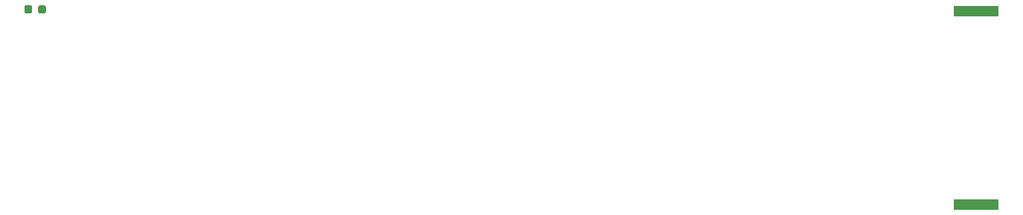
<source format=gbr>
%TF.GenerationSoftware,KiCad,Pcbnew,5.1.10-88a1d61d58~88~ubuntu20.04.1*%
%TF.CreationDate,2021-05-20T14:16:26-06:00*%
%TF.ProjectId,colordance-brain,636f6c6f-7264-4616-9e63-652d62726169,rev?*%
%TF.SameCoordinates,Original*%
%TF.FileFunction,Paste,Top*%
%TF.FilePolarity,Positive*%
%FSLAX46Y46*%
G04 Gerber Fmt 4.6, Leading zero omitted, Abs format (unit mm)*
G04 Created by KiCad (PCBNEW 5.1.10-88a1d61d58~88~ubuntu20.04.1) date 2021-05-20 14:16:26*
%MOMM*%
%LPD*%
G01*
G04 APERTURE LIST*
%ADD10R,5.080000X1.270000*%
G04 APERTURE END LIST*
%TO.C,D1*%
G36*
G01*
X27625000Y-85643750D02*
X27625000Y-86156250D01*
G75*
G02*
X27406250Y-86375000I-218750J0D01*
G01*
X26968750Y-86375000D01*
G75*
G02*
X26750000Y-86156250I0J218750D01*
G01*
X26750000Y-85643750D01*
G75*
G02*
X26968750Y-85425000I218750J0D01*
G01*
X27406250Y-85425000D01*
G75*
G02*
X27625000Y-85643750I0J-218750D01*
G01*
G37*
G36*
G01*
X26050000Y-85643750D02*
X26050000Y-86156250D01*
G75*
G02*
X25831250Y-86375000I-218750J0D01*
G01*
X25393750Y-86375000D01*
G75*
G02*
X25175000Y-86156250I0J218750D01*
G01*
X25175000Y-85643750D01*
G75*
G02*
X25393750Y-85425000I218750J0D01*
G01*
X25831250Y-85425000D01*
G75*
G02*
X26050000Y-85643750I0J-218750D01*
G01*
G37*
%TD*%
D10*
%TO.C,BT1*%
X133500000Y-86115000D03*
X133500000Y-108085000D03*
%TD*%
M02*

</source>
